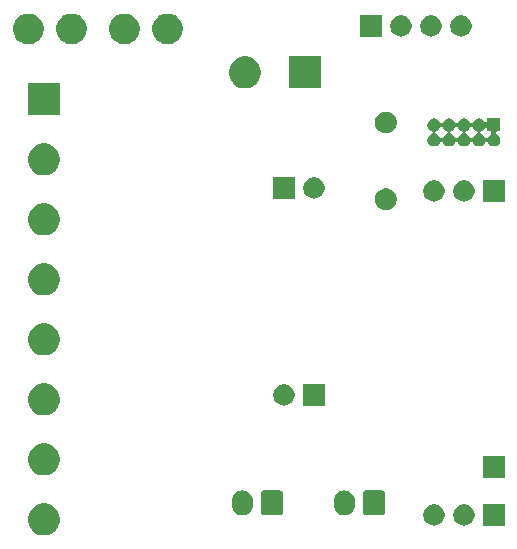
<source format=gbr>
G04 #@! TF.GenerationSoftware,KiCad,Pcbnew,(5.1.5)-3*
G04 #@! TF.CreationDate,2020-01-15T03:57:31-05:00*
G04 #@! TF.ProjectId,STM32 Klipper Expander,53544d33-3220-44b6-9c69-707065722045,rev?*
G04 #@! TF.SameCoordinates,Original*
G04 #@! TF.FileFunction,Soldermask,Bot*
G04 #@! TF.FilePolarity,Negative*
%FSLAX46Y46*%
G04 Gerber Fmt 4.6, Leading zero omitted, Abs format (unit mm)*
G04 Created by KiCad (PCBNEW (5.1.5)-3) date 2020-01-15 03:57:31*
%MOMM*%
%LPD*%
G04 APERTURE LIST*
%ADD10C,0.100000*%
G04 APERTURE END LIST*
D10*
G36*
X108014072Y-95525918D02*
G01*
X108246664Y-95622260D01*
X108259939Y-95627759D01*
X108286556Y-95645544D01*
X108449808Y-95754626D01*
X108481212Y-95775610D01*
X108669390Y-95963788D01*
X108814654Y-96181189D01*
X108817242Y-96185063D01*
X108919082Y-96430928D01*
X108971000Y-96691937D01*
X108971000Y-96958063D01*
X108959007Y-97018354D01*
X108919082Y-97219072D01*
X108817241Y-97464939D01*
X108669390Y-97686212D01*
X108481212Y-97874390D01*
X108259939Y-98022241D01*
X108259938Y-98022242D01*
X108259937Y-98022242D01*
X108014072Y-98124082D01*
X107753063Y-98176000D01*
X107486937Y-98176000D01*
X107225928Y-98124082D01*
X106980063Y-98022242D01*
X106980062Y-98022242D01*
X106980061Y-98022241D01*
X106758788Y-97874390D01*
X106570610Y-97686212D01*
X106422759Y-97464939D01*
X106320918Y-97219072D01*
X106280993Y-97018354D01*
X106269000Y-96958063D01*
X106269000Y-96691937D01*
X106320918Y-96430928D01*
X106422758Y-96185063D01*
X106425347Y-96181189D01*
X106570610Y-95963788D01*
X106758788Y-95775610D01*
X106790193Y-95754626D01*
X106953444Y-95645544D01*
X106980061Y-95627759D01*
X106993337Y-95622260D01*
X107225928Y-95525918D01*
X107486937Y-95474000D01*
X107753063Y-95474000D01*
X108014072Y-95525918D01*
G37*
G36*
X140753512Y-95547927D02*
G01*
X140902812Y-95577624D01*
X141066784Y-95645544D01*
X141214354Y-95744147D01*
X141339853Y-95869646D01*
X141438456Y-96017216D01*
X141506376Y-96181188D01*
X141541000Y-96355259D01*
X141541000Y-96532741D01*
X141506376Y-96706812D01*
X141438456Y-96870784D01*
X141339853Y-97018354D01*
X141214354Y-97143853D01*
X141066784Y-97242456D01*
X140902812Y-97310376D01*
X140753512Y-97340073D01*
X140728742Y-97345000D01*
X140551258Y-97345000D01*
X140526488Y-97340073D01*
X140377188Y-97310376D01*
X140213216Y-97242456D01*
X140065646Y-97143853D01*
X139940147Y-97018354D01*
X139841544Y-96870784D01*
X139773624Y-96706812D01*
X139739000Y-96532741D01*
X139739000Y-96355259D01*
X139773624Y-96181188D01*
X139841544Y-96017216D01*
X139940147Y-95869646D01*
X140065646Y-95744147D01*
X140213216Y-95645544D01*
X140377188Y-95577624D01*
X140526488Y-95547927D01*
X140551258Y-95543000D01*
X140728742Y-95543000D01*
X140753512Y-95547927D01*
G37*
G36*
X146621000Y-97345000D02*
G01*
X144819000Y-97345000D01*
X144819000Y-95543000D01*
X146621000Y-95543000D01*
X146621000Y-97345000D01*
G37*
G36*
X143293512Y-95547927D02*
G01*
X143442812Y-95577624D01*
X143606784Y-95645544D01*
X143754354Y-95744147D01*
X143879853Y-95869646D01*
X143978456Y-96017216D01*
X144046376Y-96181188D01*
X144081000Y-96355259D01*
X144081000Y-96532741D01*
X144046376Y-96706812D01*
X143978456Y-96870784D01*
X143879853Y-97018354D01*
X143754354Y-97143853D01*
X143606784Y-97242456D01*
X143442812Y-97310376D01*
X143293512Y-97340073D01*
X143268742Y-97345000D01*
X143091258Y-97345000D01*
X143066488Y-97340073D01*
X142917188Y-97310376D01*
X142753216Y-97242456D01*
X142605646Y-97143853D01*
X142480147Y-97018354D01*
X142381544Y-96870784D01*
X142313624Y-96706812D01*
X142279000Y-96532741D01*
X142279000Y-96355259D01*
X142313624Y-96181188D01*
X142381544Y-96017216D01*
X142480147Y-95869646D01*
X142605646Y-95744147D01*
X142753216Y-95645544D01*
X142917188Y-95577624D01*
X143066488Y-95547927D01*
X143091258Y-95543000D01*
X143268742Y-95543000D01*
X143293512Y-95547927D01*
G37*
G36*
X124600627Y-94390037D02*
G01*
X124770466Y-94441557D01*
X124926991Y-94525222D01*
X124962729Y-94554552D01*
X125064186Y-94637814D01*
X125147448Y-94739271D01*
X125176778Y-94775009D01*
X125260443Y-94931534D01*
X125311963Y-95101374D01*
X125325000Y-95233743D01*
X125325000Y-95622258D01*
X125311963Y-95754627D01*
X125260443Y-95924466D01*
X125176778Y-96080991D01*
X125147448Y-96116729D01*
X125064186Y-96218186D01*
X124926989Y-96330779D01*
X124770467Y-96414442D01*
X124770465Y-96414443D01*
X124600626Y-96465963D01*
X124424000Y-96483359D01*
X124247373Y-96465963D01*
X124077534Y-96414443D01*
X123921009Y-96330778D01*
X123878750Y-96296097D01*
X123783814Y-96218186D01*
X123671221Y-96080989D01*
X123587558Y-95924467D01*
X123587557Y-95924465D01*
X123536037Y-95754626D01*
X123529518Y-95688441D01*
X123523000Y-95622259D01*
X123523000Y-95233740D01*
X123536037Y-95101375D01*
X123536037Y-95101373D01*
X123587557Y-94931534D01*
X123671222Y-94775009D01*
X123783815Y-94637815D01*
X123921010Y-94525222D01*
X124077535Y-94441557D01*
X124247374Y-94390037D01*
X124424000Y-94372641D01*
X124600627Y-94390037D01*
G37*
G36*
X133236627Y-94390037D02*
G01*
X133406466Y-94441557D01*
X133562991Y-94525222D01*
X133598729Y-94554552D01*
X133700186Y-94637814D01*
X133783448Y-94739271D01*
X133812778Y-94775009D01*
X133896443Y-94931534D01*
X133947963Y-95101374D01*
X133961000Y-95233743D01*
X133961000Y-95622258D01*
X133947963Y-95754627D01*
X133896443Y-95924466D01*
X133812778Y-96080991D01*
X133783448Y-96116729D01*
X133700186Y-96218186D01*
X133562989Y-96330779D01*
X133406467Y-96414442D01*
X133406465Y-96414443D01*
X133236626Y-96465963D01*
X133060000Y-96483359D01*
X132883373Y-96465963D01*
X132713534Y-96414443D01*
X132557009Y-96330778D01*
X132514750Y-96296097D01*
X132419814Y-96218186D01*
X132307221Y-96080989D01*
X132223558Y-95924467D01*
X132223557Y-95924465D01*
X132172037Y-95754626D01*
X132165518Y-95688441D01*
X132159000Y-95622259D01*
X132159000Y-95233740D01*
X132172037Y-95101375D01*
X132172037Y-95101373D01*
X132223557Y-94931534D01*
X132307222Y-94775009D01*
X132419815Y-94637815D01*
X132557010Y-94525222D01*
X132713535Y-94441557D01*
X132883374Y-94390037D01*
X133060000Y-94372641D01*
X133236627Y-94390037D01*
G37*
G36*
X136318600Y-94380989D02*
G01*
X136351652Y-94391015D01*
X136382103Y-94407292D01*
X136408799Y-94429201D01*
X136430708Y-94455897D01*
X136446985Y-94486348D01*
X136457011Y-94519400D01*
X136461000Y-94559903D01*
X136461000Y-96296097D01*
X136457011Y-96336600D01*
X136446985Y-96369652D01*
X136430708Y-96400103D01*
X136408799Y-96426799D01*
X136382103Y-96448708D01*
X136351652Y-96464985D01*
X136318600Y-96475011D01*
X136278097Y-96479000D01*
X134841903Y-96479000D01*
X134801400Y-96475011D01*
X134768348Y-96464985D01*
X134737897Y-96448708D01*
X134711201Y-96426799D01*
X134689292Y-96400103D01*
X134673015Y-96369652D01*
X134662989Y-96336600D01*
X134659000Y-96296097D01*
X134659000Y-94559903D01*
X134662989Y-94519400D01*
X134673015Y-94486348D01*
X134689292Y-94455897D01*
X134711201Y-94429201D01*
X134737897Y-94407292D01*
X134768348Y-94391015D01*
X134801400Y-94380989D01*
X134841903Y-94377000D01*
X136278097Y-94377000D01*
X136318600Y-94380989D01*
G37*
G36*
X127682600Y-94380989D02*
G01*
X127715652Y-94391015D01*
X127746103Y-94407292D01*
X127772799Y-94429201D01*
X127794708Y-94455897D01*
X127810985Y-94486348D01*
X127821011Y-94519400D01*
X127825000Y-94559903D01*
X127825000Y-96296097D01*
X127821011Y-96336600D01*
X127810985Y-96369652D01*
X127794708Y-96400103D01*
X127772799Y-96426799D01*
X127746103Y-96448708D01*
X127715652Y-96464985D01*
X127682600Y-96475011D01*
X127642097Y-96479000D01*
X126205903Y-96479000D01*
X126165400Y-96475011D01*
X126132348Y-96464985D01*
X126101897Y-96448708D01*
X126075201Y-96426799D01*
X126053292Y-96400103D01*
X126037015Y-96369652D01*
X126026989Y-96336600D01*
X126023000Y-96296097D01*
X126023000Y-94559903D01*
X126026989Y-94519400D01*
X126037015Y-94486348D01*
X126053292Y-94455897D01*
X126075201Y-94429201D01*
X126101897Y-94407292D01*
X126132348Y-94391015D01*
X126165400Y-94380989D01*
X126205903Y-94377000D01*
X127642097Y-94377000D01*
X127682600Y-94380989D01*
G37*
G36*
X146621000Y-93281000D02*
G01*
X144819000Y-93281000D01*
X144819000Y-91479000D01*
X146621000Y-91479000D01*
X146621000Y-93281000D01*
G37*
G36*
X108014072Y-90445918D02*
G01*
X108259939Y-90547759D01*
X108481212Y-90695610D01*
X108669390Y-90883788D01*
X108817241Y-91105061D01*
X108919082Y-91350928D01*
X108971000Y-91611938D01*
X108971000Y-91878062D01*
X108919082Y-92139072D01*
X108817241Y-92384939D01*
X108669390Y-92606212D01*
X108481212Y-92794390D01*
X108259939Y-92942241D01*
X108259938Y-92942242D01*
X108259937Y-92942242D01*
X108014072Y-93044082D01*
X107753063Y-93096000D01*
X107486937Y-93096000D01*
X107225928Y-93044082D01*
X106980063Y-92942242D01*
X106980062Y-92942242D01*
X106980061Y-92942241D01*
X106758788Y-92794390D01*
X106570610Y-92606212D01*
X106422759Y-92384939D01*
X106320918Y-92139072D01*
X106269000Y-91878062D01*
X106269000Y-91611938D01*
X106320918Y-91350928D01*
X106422759Y-91105061D01*
X106570610Y-90883788D01*
X106758788Y-90695610D01*
X106980061Y-90547759D01*
X107225928Y-90445918D01*
X107486937Y-90394000D01*
X107753063Y-90394000D01*
X108014072Y-90445918D01*
G37*
G36*
X108014072Y-85365918D02*
G01*
X108259939Y-85467759D01*
X108481212Y-85615610D01*
X108669390Y-85803788D01*
X108814654Y-86021189D01*
X108817242Y-86025063D01*
X108919082Y-86270928D01*
X108971000Y-86531937D01*
X108971000Y-86798063D01*
X108959007Y-86858354D01*
X108919082Y-87059072D01*
X108817241Y-87304939D01*
X108669390Y-87526212D01*
X108481212Y-87714390D01*
X108259939Y-87862241D01*
X108259938Y-87862242D01*
X108259937Y-87862242D01*
X108014072Y-87964082D01*
X107753063Y-88016000D01*
X107486937Y-88016000D01*
X107225928Y-87964082D01*
X106980063Y-87862242D01*
X106980062Y-87862242D01*
X106980061Y-87862241D01*
X106758788Y-87714390D01*
X106570610Y-87526212D01*
X106422759Y-87304939D01*
X106320918Y-87059072D01*
X106280993Y-86858354D01*
X106269000Y-86798063D01*
X106269000Y-86531937D01*
X106320918Y-86270928D01*
X106422758Y-86025063D01*
X106425347Y-86021189D01*
X106570610Y-85803788D01*
X106758788Y-85615610D01*
X106980061Y-85467759D01*
X107225928Y-85365918D01*
X107486937Y-85314000D01*
X107753063Y-85314000D01*
X108014072Y-85365918D01*
G37*
G36*
X131381000Y-87185000D02*
G01*
X129579000Y-87185000D01*
X129579000Y-85383000D01*
X131381000Y-85383000D01*
X131381000Y-87185000D01*
G37*
G36*
X128053512Y-85387927D02*
G01*
X128202812Y-85417624D01*
X128366784Y-85485544D01*
X128514354Y-85584147D01*
X128639853Y-85709646D01*
X128738456Y-85857216D01*
X128806376Y-86021188D01*
X128841000Y-86195259D01*
X128841000Y-86372741D01*
X128806376Y-86546812D01*
X128738456Y-86710784D01*
X128639853Y-86858354D01*
X128514354Y-86983853D01*
X128366784Y-87082456D01*
X128202812Y-87150376D01*
X128053512Y-87180073D01*
X128028742Y-87185000D01*
X127851258Y-87185000D01*
X127826488Y-87180073D01*
X127677188Y-87150376D01*
X127513216Y-87082456D01*
X127365646Y-86983853D01*
X127240147Y-86858354D01*
X127141544Y-86710784D01*
X127073624Y-86546812D01*
X127039000Y-86372741D01*
X127039000Y-86195259D01*
X127073624Y-86021188D01*
X127141544Y-85857216D01*
X127240147Y-85709646D01*
X127365646Y-85584147D01*
X127513216Y-85485544D01*
X127677188Y-85417624D01*
X127826488Y-85387927D01*
X127851258Y-85383000D01*
X128028742Y-85383000D01*
X128053512Y-85387927D01*
G37*
G36*
X108014072Y-80285918D02*
G01*
X108259939Y-80387759D01*
X108481212Y-80535610D01*
X108669390Y-80723788D01*
X108817241Y-80945061D01*
X108919082Y-81190928D01*
X108971000Y-81451938D01*
X108971000Y-81718062D01*
X108919082Y-81979072D01*
X108817241Y-82224939D01*
X108669390Y-82446212D01*
X108481212Y-82634390D01*
X108259939Y-82782241D01*
X108259938Y-82782242D01*
X108259937Y-82782242D01*
X108014072Y-82884082D01*
X107753063Y-82936000D01*
X107486937Y-82936000D01*
X107225928Y-82884082D01*
X106980063Y-82782242D01*
X106980062Y-82782242D01*
X106980061Y-82782241D01*
X106758788Y-82634390D01*
X106570610Y-82446212D01*
X106422759Y-82224939D01*
X106320918Y-81979072D01*
X106269000Y-81718062D01*
X106269000Y-81451938D01*
X106320918Y-81190928D01*
X106422759Y-80945061D01*
X106570610Y-80723788D01*
X106758788Y-80535610D01*
X106980061Y-80387759D01*
X107225928Y-80285918D01*
X107486937Y-80234000D01*
X107753063Y-80234000D01*
X108014072Y-80285918D01*
G37*
G36*
X108014072Y-75205918D02*
G01*
X108259939Y-75307759D01*
X108481212Y-75455610D01*
X108669390Y-75643788D01*
X108817241Y-75865061D01*
X108919082Y-76110928D01*
X108971000Y-76371938D01*
X108971000Y-76638062D01*
X108919082Y-76899072D01*
X108817241Y-77144939D01*
X108669390Y-77366212D01*
X108481212Y-77554390D01*
X108259939Y-77702241D01*
X108259938Y-77702242D01*
X108259937Y-77702242D01*
X108014072Y-77804082D01*
X107753063Y-77856000D01*
X107486937Y-77856000D01*
X107225928Y-77804082D01*
X106980063Y-77702242D01*
X106980062Y-77702242D01*
X106980061Y-77702241D01*
X106758788Y-77554390D01*
X106570610Y-77366212D01*
X106422759Y-77144939D01*
X106320918Y-76899072D01*
X106269000Y-76638062D01*
X106269000Y-76371938D01*
X106320918Y-76110928D01*
X106422759Y-75865061D01*
X106570610Y-75643788D01*
X106758788Y-75455610D01*
X106980061Y-75307759D01*
X107225928Y-75205918D01*
X107486937Y-75154000D01*
X107753063Y-75154000D01*
X108014072Y-75205918D01*
G37*
G36*
X108014072Y-70125918D02*
G01*
X108097863Y-70160625D01*
X108259939Y-70227759D01*
X108481212Y-70375610D01*
X108669390Y-70563788D01*
X108817241Y-70785061D01*
X108919082Y-71030928D01*
X108971000Y-71291938D01*
X108971000Y-71558062D01*
X108919082Y-71819072D01*
X108817241Y-72064939D01*
X108669390Y-72286212D01*
X108481212Y-72474390D01*
X108259939Y-72622241D01*
X108259938Y-72622242D01*
X108259937Y-72622242D01*
X108014072Y-72724082D01*
X107753063Y-72776000D01*
X107486937Y-72776000D01*
X107225928Y-72724082D01*
X106980063Y-72622242D01*
X106980062Y-72622242D01*
X106980061Y-72622241D01*
X106758788Y-72474390D01*
X106570610Y-72286212D01*
X106422759Y-72064939D01*
X106320918Y-71819072D01*
X106269000Y-71558062D01*
X106269000Y-71291938D01*
X106320918Y-71030928D01*
X106422759Y-70785061D01*
X106570610Y-70563788D01*
X106758788Y-70375610D01*
X106980061Y-70227759D01*
X107142138Y-70160625D01*
X107225928Y-70125918D01*
X107486937Y-70074000D01*
X107753063Y-70074000D01*
X108014072Y-70125918D01*
G37*
G36*
X136846104Y-68831585D02*
G01*
X137014626Y-68901389D01*
X137166291Y-69002728D01*
X137295272Y-69131709D01*
X137396611Y-69283374D01*
X137466415Y-69451896D01*
X137502000Y-69630797D01*
X137502000Y-69813203D01*
X137466415Y-69992104D01*
X137396611Y-70160626D01*
X137295272Y-70312291D01*
X137166291Y-70441272D01*
X137014626Y-70542611D01*
X136846104Y-70612415D01*
X136667203Y-70648000D01*
X136484797Y-70648000D01*
X136305896Y-70612415D01*
X136137374Y-70542611D01*
X135985709Y-70441272D01*
X135856728Y-70312291D01*
X135755389Y-70160626D01*
X135685585Y-69992104D01*
X135650000Y-69813203D01*
X135650000Y-69630797D01*
X135685585Y-69451896D01*
X135755389Y-69283374D01*
X135856728Y-69131709D01*
X135985709Y-69002728D01*
X136137374Y-68901389D01*
X136305896Y-68831585D01*
X136484797Y-68796000D01*
X136667203Y-68796000D01*
X136846104Y-68831585D01*
G37*
G36*
X146621000Y-69913000D02*
G01*
X144819000Y-69913000D01*
X144819000Y-68111000D01*
X146621000Y-68111000D01*
X146621000Y-69913000D01*
G37*
G36*
X143293512Y-68115927D02*
G01*
X143442812Y-68145624D01*
X143606784Y-68213544D01*
X143754354Y-68312147D01*
X143879853Y-68437646D01*
X143978456Y-68585216D01*
X144046376Y-68749188D01*
X144081000Y-68923259D01*
X144081000Y-69100741D01*
X144046376Y-69274812D01*
X143978456Y-69438784D01*
X143879853Y-69586354D01*
X143754354Y-69711853D01*
X143606784Y-69810456D01*
X143442812Y-69878376D01*
X143293512Y-69908073D01*
X143268742Y-69913000D01*
X143091258Y-69913000D01*
X143066488Y-69908073D01*
X142917188Y-69878376D01*
X142753216Y-69810456D01*
X142605646Y-69711853D01*
X142480147Y-69586354D01*
X142381544Y-69438784D01*
X142313624Y-69274812D01*
X142279000Y-69100741D01*
X142279000Y-68923259D01*
X142313624Y-68749188D01*
X142381544Y-68585216D01*
X142480147Y-68437646D01*
X142605646Y-68312147D01*
X142753216Y-68213544D01*
X142917188Y-68145624D01*
X143066488Y-68115927D01*
X143091258Y-68111000D01*
X143268742Y-68111000D01*
X143293512Y-68115927D01*
G37*
G36*
X140753512Y-68115927D02*
G01*
X140902812Y-68145624D01*
X141066784Y-68213544D01*
X141214354Y-68312147D01*
X141339853Y-68437646D01*
X141438456Y-68585216D01*
X141506376Y-68749188D01*
X141541000Y-68923259D01*
X141541000Y-69100741D01*
X141506376Y-69274812D01*
X141438456Y-69438784D01*
X141339853Y-69586354D01*
X141214354Y-69711853D01*
X141066784Y-69810456D01*
X140902812Y-69878376D01*
X140753512Y-69908073D01*
X140728742Y-69913000D01*
X140551258Y-69913000D01*
X140526488Y-69908073D01*
X140377188Y-69878376D01*
X140213216Y-69810456D01*
X140065646Y-69711853D01*
X139940147Y-69586354D01*
X139841544Y-69438784D01*
X139773624Y-69274812D01*
X139739000Y-69100741D01*
X139739000Y-68923259D01*
X139773624Y-68749188D01*
X139841544Y-68585216D01*
X139940147Y-68437646D01*
X140065646Y-68312147D01*
X140213216Y-68213544D01*
X140377188Y-68145624D01*
X140526488Y-68115927D01*
X140551258Y-68111000D01*
X140728742Y-68111000D01*
X140753512Y-68115927D01*
G37*
G36*
X128841000Y-69659000D02*
G01*
X127039000Y-69659000D01*
X127039000Y-67857000D01*
X128841000Y-67857000D01*
X128841000Y-69659000D01*
G37*
G36*
X130593512Y-67861927D02*
G01*
X130742812Y-67891624D01*
X130906784Y-67959544D01*
X131054354Y-68058147D01*
X131179853Y-68183646D01*
X131278456Y-68331216D01*
X131346376Y-68495188D01*
X131381000Y-68669259D01*
X131381000Y-68846741D01*
X131346376Y-69020812D01*
X131278456Y-69184784D01*
X131179853Y-69332354D01*
X131054354Y-69457853D01*
X130906784Y-69556456D01*
X130742812Y-69624376D01*
X130593512Y-69654073D01*
X130568742Y-69659000D01*
X130391258Y-69659000D01*
X130366488Y-69654073D01*
X130217188Y-69624376D01*
X130053216Y-69556456D01*
X129905646Y-69457853D01*
X129780147Y-69332354D01*
X129681544Y-69184784D01*
X129613624Y-69020812D01*
X129579000Y-68846741D01*
X129579000Y-68669259D01*
X129613624Y-68495188D01*
X129681544Y-68331216D01*
X129780147Y-68183646D01*
X129905646Y-68058147D01*
X130053216Y-67959544D01*
X130217188Y-67891624D01*
X130366488Y-67861927D01*
X130391258Y-67857000D01*
X130568742Y-67857000D01*
X130593512Y-67861927D01*
G37*
G36*
X108014072Y-65045918D02*
G01*
X108197730Y-65121991D01*
X108259939Y-65147759D01*
X108311618Y-65182290D01*
X108405470Y-65245000D01*
X108481212Y-65295610D01*
X108669390Y-65483788D01*
X108817241Y-65705061D01*
X108919082Y-65950928D01*
X108971000Y-66211938D01*
X108971000Y-66478062D01*
X108919082Y-66739072D01*
X108817241Y-66984939D01*
X108669390Y-67206212D01*
X108481212Y-67394390D01*
X108259939Y-67542241D01*
X108259938Y-67542242D01*
X108259937Y-67542242D01*
X108014072Y-67644082D01*
X107753063Y-67696000D01*
X107486937Y-67696000D01*
X107225928Y-67644082D01*
X106980063Y-67542242D01*
X106980062Y-67542242D01*
X106980061Y-67542241D01*
X106758788Y-67394390D01*
X106570610Y-67206212D01*
X106422759Y-66984939D01*
X106320918Y-66739072D01*
X106269000Y-66478062D01*
X106269000Y-66211938D01*
X106320918Y-65950928D01*
X106422759Y-65705061D01*
X106570610Y-65483788D01*
X106758788Y-65295610D01*
X106834531Y-65245000D01*
X106928382Y-65182290D01*
X106980061Y-65147759D01*
X107042271Y-65121991D01*
X107225928Y-65045918D01*
X107486937Y-64994000D01*
X107753063Y-64994000D01*
X108014072Y-65045918D01*
G37*
G36*
X140800721Y-62894174D02*
G01*
X140900995Y-62935709D01*
X140900996Y-62935710D01*
X140991242Y-62996010D01*
X141067990Y-63072758D01*
X141067991Y-63072760D01*
X141128291Y-63163005D01*
X141159516Y-63238389D01*
X141171067Y-63260000D01*
X141186612Y-63278941D01*
X141205554Y-63294487D01*
X141227165Y-63306038D01*
X141250614Y-63313151D01*
X141275000Y-63315553D01*
X141299386Y-63313151D01*
X141322835Y-63306038D01*
X141344446Y-63294487D01*
X141363387Y-63278942D01*
X141378933Y-63260000D01*
X141390484Y-63238389D01*
X141421709Y-63163005D01*
X141482009Y-63072760D01*
X141482010Y-63072758D01*
X141558758Y-62996010D01*
X141649004Y-62935710D01*
X141649005Y-62935709D01*
X141749279Y-62894174D01*
X141855730Y-62873000D01*
X141964270Y-62873000D01*
X142070721Y-62894174D01*
X142170995Y-62935709D01*
X142170996Y-62935710D01*
X142261242Y-62996010D01*
X142337990Y-63072758D01*
X142337991Y-63072760D01*
X142398291Y-63163005D01*
X142429516Y-63238389D01*
X142441067Y-63260000D01*
X142456612Y-63278941D01*
X142475554Y-63294487D01*
X142497165Y-63306038D01*
X142520614Y-63313151D01*
X142545000Y-63315553D01*
X142569386Y-63313151D01*
X142592835Y-63306038D01*
X142614446Y-63294487D01*
X142633387Y-63278942D01*
X142648933Y-63260000D01*
X142660484Y-63238389D01*
X142691709Y-63163005D01*
X142752009Y-63072760D01*
X142752010Y-63072758D01*
X142828758Y-62996010D01*
X142919004Y-62935710D01*
X142919005Y-62935709D01*
X143019279Y-62894174D01*
X143125730Y-62873000D01*
X143234270Y-62873000D01*
X143340721Y-62894174D01*
X143440995Y-62935709D01*
X143440996Y-62935710D01*
X143531242Y-62996010D01*
X143607990Y-63072758D01*
X143607991Y-63072760D01*
X143668291Y-63163005D01*
X143699516Y-63238389D01*
X143711067Y-63260000D01*
X143726612Y-63278941D01*
X143745554Y-63294487D01*
X143767165Y-63306038D01*
X143790614Y-63313151D01*
X143815000Y-63315553D01*
X143839386Y-63313151D01*
X143862835Y-63306038D01*
X143884446Y-63294487D01*
X143903387Y-63278942D01*
X143918933Y-63260000D01*
X143930484Y-63238389D01*
X143961709Y-63163005D01*
X144022009Y-63072760D01*
X144022010Y-63072758D01*
X144098758Y-62996010D01*
X144189004Y-62935710D01*
X144189005Y-62935709D01*
X144289279Y-62894174D01*
X144395730Y-62873000D01*
X144504270Y-62873000D01*
X144610721Y-62894174D01*
X144710995Y-62935709D01*
X144710996Y-62935710D01*
X144801242Y-62996010D01*
X144877990Y-63072758D01*
X144877991Y-63072760D01*
X144940068Y-63165664D01*
X144955614Y-63184606D01*
X144974556Y-63200151D01*
X144996167Y-63211702D01*
X145019615Y-63218815D01*
X145044002Y-63221217D01*
X145068388Y-63218815D01*
X145091837Y-63211702D01*
X145113447Y-63200151D01*
X145132389Y-63184605D01*
X145147934Y-63165663D01*
X145159485Y-63144052D01*
X145166598Y-63120604D01*
X145169000Y-63096218D01*
X145169000Y-62873000D01*
X146271000Y-62873000D01*
X146271000Y-63975000D01*
X146047782Y-63975000D01*
X146023396Y-63977402D01*
X145999947Y-63984515D01*
X145978336Y-63996066D01*
X145959394Y-64011611D01*
X145943849Y-64030553D01*
X145932298Y-64052164D01*
X145925185Y-64075613D01*
X145922783Y-64099999D01*
X145925185Y-64124385D01*
X145932298Y-64147834D01*
X145943849Y-64169445D01*
X145959394Y-64188387D01*
X145978336Y-64203932D01*
X146039816Y-64245012D01*
X146071242Y-64266010D01*
X146147990Y-64342758D01*
X146147991Y-64342760D01*
X146208291Y-64433005D01*
X146249826Y-64533279D01*
X146271000Y-64639730D01*
X146271000Y-64748270D01*
X146249826Y-64854721D01*
X146208291Y-64954995D01*
X146208290Y-64954996D01*
X146147990Y-65045242D01*
X146071242Y-65121990D01*
X146032677Y-65147758D01*
X145980995Y-65182291D01*
X145880721Y-65223826D01*
X145774270Y-65245000D01*
X145665730Y-65245000D01*
X145559279Y-65223826D01*
X145459005Y-65182291D01*
X145407323Y-65147758D01*
X145368758Y-65121990D01*
X145292010Y-65045242D01*
X145231710Y-64954996D01*
X145231709Y-64954995D01*
X145200484Y-64879611D01*
X145188933Y-64858000D01*
X145173388Y-64839059D01*
X145154446Y-64823513D01*
X145132835Y-64811962D01*
X145109386Y-64804849D01*
X145085000Y-64802447D01*
X145060614Y-64804849D01*
X145037165Y-64811962D01*
X145015554Y-64823513D01*
X144996613Y-64839058D01*
X144981067Y-64858000D01*
X144969516Y-64879611D01*
X144938291Y-64954995D01*
X144938290Y-64954996D01*
X144877990Y-65045242D01*
X144801242Y-65121990D01*
X144762677Y-65147758D01*
X144710995Y-65182291D01*
X144610721Y-65223826D01*
X144504270Y-65245000D01*
X144395730Y-65245000D01*
X144289279Y-65223826D01*
X144189005Y-65182291D01*
X144137323Y-65147758D01*
X144098758Y-65121990D01*
X144022010Y-65045242D01*
X143961710Y-64954996D01*
X143961709Y-64954995D01*
X143930484Y-64879611D01*
X143918933Y-64858000D01*
X143903388Y-64839059D01*
X143884446Y-64823513D01*
X143862835Y-64811962D01*
X143839386Y-64804849D01*
X143815000Y-64802447D01*
X143790614Y-64804849D01*
X143767165Y-64811962D01*
X143745554Y-64823513D01*
X143726613Y-64839058D01*
X143711067Y-64858000D01*
X143699516Y-64879611D01*
X143668291Y-64954995D01*
X143668290Y-64954996D01*
X143607990Y-65045242D01*
X143531242Y-65121990D01*
X143492677Y-65147758D01*
X143440995Y-65182291D01*
X143340721Y-65223826D01*
X143234270Y-65245000D01*
X143125730Y-65245000D01*
X143019279Y-65223826D01*
X142919005Y-65182291D01*
X142867323Y-65147758D01*
X142828758Y-65121990D01*
X142752010Y-65045242D01*
X142691710Y-64954996D01*
X142691709Y-64954995D01*
X142660484Y-64879611D01*
X142648933Y-64858000D01*
X142633388Y-64839059D01*
X142614446Y-64823513D01*
X142592835Y-64811962D01*
X142569386Y-64804849D01*
X142545000Y-64802447D01*
X142520614Y-64804849D01*
X142497165Y-64811962D01*
X142475554Y-64823513D01*
X142456613Y-64839058D01*
X142441067Y-64858000D01*
X142429516Y-64879611D01*
X142398291Y-64954995D01*
X142398290Y-64954996D01*
X142337990Y-65045242D01*
X142261242Y-65121990D01*
X142222677Y-65147758D01*
X142170995Y-65182291D01*
X142070721Y-65223826D01*
X141964270Y-65245000D01*
X141855730Y-65245000D01*
X141749279Y-65223826D01*
X141649005Y-65182291D01*
X141597323Y-65147758D01*
X141558758Y-65121990D01*
X141482010Y-65045242D01*
X141421710Y-64954996D01*
X141421709Y-64954995D01*
X141390484Y-64879611D01*
X141378933Y-64858000D01*
X141363388Y-64839059D01*
X141344446Y-64823513D01*
X141322835Y-64811962D01*
X141299386Y-64804849D01*
X141275000Y-64802447D01*
X141250614Y-64804849D01*
X141227165Y-64811962D01*
X141205554Y-64823513D01*
X141186613Y-64839058D01*
X141171067Y-64858000D01*
X141159516Y-64879611D01*
X141128291Y-64954995D01*
X141128290Y-64954996D01*
X141067990Y-65045242D01*
X140991242Y-65121990D01*
X140952677Y-65147758D01*
X140900995Y-65182291D01*
X140800721Y-65223826D01*
X140694270Y-65245000D01*
X140585730Y-65245000D01*
X140479279Y-65223826D01*
X140379005Y-65182291D01*
X140327323Y-65147758D01*
X140288758Y-65121990D01*
X140212010Y-65045242D01*
X140151710Y-64954996D01*
X140151709Y-64954995D01*
X140110174Y-64854721D01*
X140089000Y-64748270D01*
X140089000Y-64639730D01*
X140110174Y-64533279D01*
X140151709Y-64433005D01*
X140212009Y-64342760D01*
X140212010Y-64342758D01*
X140288758Y-64266010D01*
X140379004Y-64205710D01*
X140379005Y-64205709D01*
X140454389Y-64174484D01*
X140476000Y-64162933D01*
X140494941Y-64147388D01*
X140510487Y-64128446D01*
X140522038Y-64106835D01*
X140529151Y-64083386D01*
X140531553Y-64059000D01*
X140748447Y-64059000D01*
X140750849Y-64083386D01*
X140757962Y-64106835D01*
X140769513Y-64128446D01*
X140785058Y-64147387D01*
X140804000Y-64162933D01*
X140825611Y-64174484D01*
X140900995Y-64205709D01*
X140900996Y-64205710D01*
X140991242Y-64266010D01*
X141067990Y-64342758D01*
X141067991Y-64342760D01*
X141128291Y-64433005D01*
X141159516Y-64508389D01*
X141171067Y-64530000D01*
X141186612Y-64548941D01*
X141205554Y-64564487D01*
X141227165Y-64576038D01*
X141250614Y-64583151D01*
X141275000Y-64585553D01*
X141299386Y-64583151D01*
X141322835Y-64576038D01*
X141344446Y-64564487D01*
X141363387Y-64548942D01*
X141378933Y-64530000D01*
X141390484Y-64508389D01*
X141421709Y-64433005D01*
X141482009Y-64342760D01*
X141482010Y-64342758D01*
X141558758Y-64266010D01*
X141649004Y-64205710D01*
X141649005Y-64205709D01*
X141724389Y-64174484D01*
X141746000Y-64162933D01*
X141764941Y-64147388D01*
X141780487Y-64128446D01*
X141792038Y-64106835D01*
X141799151Y-64083386D01*
X141801553Y-64059000D01*
X142018447Y-64059000D01*
X142020849Y-64083386D01*
X142027962Y-64106835D01*
X142039513Y-64128446D01*
X142055058Y-64147387D01*
X142074000Y-64162933D01*
X142095611Y-64174484D01*
X142170995Y-64205709D01*
X142170996Y-64205710D01*
X142261242Y-64266010D01*
X142337990Y-64342758D01*
X142337991Y-64342760D01*
X142398291Y-64433005D01*
X142429516Y-64508389D01*
X142441067Y-64530000D01*
X142456612Y-64548941D01*
X142475554Y-64564487D01*
X142497165Y-64576038D01*
X142520614Y-64583151D01*
X142545000Y-64585553D01*
X142569386Y-64583151D01*
X142592835Y-64576038D01*
X142614446Y-64564487D01*
X142633387Y-64548942D01*
X142648933Y-64530000D01*
X142660484Y-64508389D01*
X142691709Y-64433005D01*
X142752009Y-64342760D01*
X142752010Y-64342758D01*
X142828758Y-64266010D01*
X142919004Y-64205710D01*
X142919005Y-64205709D01*
X142994389Y-64174484D01*
X143016000Y-64162933D01*
X143034941Y-64147388D01*
X143050487Y-64128446D01*
X143062038Y-64106835D01*
X143069151Y-64083386D01*
X143071553Y-64059000D01*
X143288447Y-64059000D01*
X143290849Y-64083386D01*
X143297962Y-64106835D01*
X143309513Y-64128446D01*
X143325058Y-64147387D01*
X143344000Y-64162933D01*
X143365611Y-64174484D01*
X143440995Y-64205709D01*
X143440996Y-64205710D01*
X143531242Y-64266010D01*
X143607990Y-64342758D01*
X143607991Y-64342760D01*
X143668291Y-64433005D01*
X143699516Y-64508389D01*
X143711067Y-64530000D01*
X143726612Y-64548941D01*
X143745554Y-64564487D01*
X143767165Y-64576038D01*
X143790614Y-64583151D01*
X143815000Y-64585553D01*
X143839386Y-64583151D01*
X143862835Y-64576038D01*
X143884446Y-64564487D01*
X143903387Y-64548942D01*
X143918933Y-64530000D01*
X143930484Y-64508389D01*
X143961709Y-64433005D01*
X144022009Y-64342760D01*
X144022010Y-64342758D01*
X144098758Y-64266010D01*
X144189004Y-64205710D01*
X144189005Y-64205709D01*
X144264389Y-64174484D01*
X144286000Y-64162933D01*
X144304941Y-64147388D01*
X144320487Y-64128446D01*
X144332038Y-64106835D01*
X144339151Y-64083386D01*
X144341553Y-64059000D01*
X144558447Y-64059000D01*
X144560849Y-64083386D01*
X144567962Y-64106835D01*
X144579513Y-64128446D01*
X144595058Y-64147387D01*
X144614000Y-64162933D01*
X144635611Y-64174484D01*
X144710995Y-64205709D01*
X144710996Y-64205710D01*
X144801242Y-64266010D01*
X144877990Y-64342758D01*
X144877991Y-64342760D01*
X144938291Y-64433005D01*
X144969516Y-64508389D01*
X144981067Y-64530000D01*
X144996612Y-64548941D01*
X145015554Y-64564487D01*
X145037165Y-64576038D01*
X145060614Y-64583151D01*
X145085000Y-64585553D01*
X145109386Y-64583151D01*
X145132835Y-64576038D01*
X145154446Y-64564487D01*
X145173387Y-64548942D01*
X145188933Y-64530000D01*
X145200484Y-64508389D01*
X145231709Y-64433005D01*
X145292009Y-64342760D01*
X145292010Y-64342758D01*
X145368758Y-64266010D01*
X145400184Y-64245012D01*
X145461664Y-64203932D01*
X145480606Y-64188386D01*
X145496151Y-64169444D01*
X145507702Y-64147833D01*
X145514815Y-64124385D01*
X145517217Y-64099998D01*
X145514815Y-64075612D01*
X145507702Y-64052163D01*
X145496151Y-64030553D01*
X145480605Y-64011611D01*
X145461663Y-63996066D01*
X145440052Y-63984515D01*
X145416604Y-63977402D01*
X145392218Y-63975000D01*
X145169000Y-63975000D01*
X145169000Y-63751782D01*
X145166598Y-63727396D01*
X145159485Y-63703947D01*
X145147934Y-63682336D01*
X145132389Y-63663394D01*
X145113447Y-63647849D01*
X145091836Y-63636298D01*
X145068387Y-63629185D01*
X145044001Y-63626783D01*
X145019615Y-63629185D01*
X144996166Y-63636298D01*
X144974555Y-63647849D01*
X144955613Y-63663394D01*
X144940068Y-63682336D01*
X144898988Y-63743816D01*
X144877990Y-63775242D01*
X144801242Y-63851990D01*
X144755812Y-63882345D01*
X144710995Y-63912291D01*
X144635611Y-63943516D01*
X144614000Y-63955067D01*
X144595059Y-63970612D01*
X144579513Y-63989554D01*
X144567962Y-64011165D01*
X144560849Y-64034614D01*
X144558447Y-64059000D01*
X144341553Y-64059000D01*
X144339151Y-64034614D01*
X144332038Y-64011165D01*
X144320487Y-63989554D01*
X144304942Y-63970613D01*
X144286000Y-63955067D01*
X144264389Y-63943516D01*
X144189005Y-63912291D01*
X144144188Y-63882345D01*
X144098758Y-63851990D01*
X144022010Y-63775242D01*
X143990041Y-63727396D01*
X143961709Y-63684995D01*
X143930484Y-63609611D01*
X143918933Y-63588000D01*
X143903388Y-63569059D01*
X143884446Y-63553513D01*
X143862835Y-63541962D01*
X143839386Y-63534849D01*
X143815000Y-63532447D01*
X143790614Y-63534849D01*
X143767165Y-63541962D01*
X143745554Y-63553513D01*
X143726613Y-63569058D01*
X143711067Y-63588000D01*
X143699516Y-63609611D01*
X143668291Y-63684995D01*
X143639959Y-63727396D01*
X143607990Y-63775242D01*
X143531242Y-63851990D01*
X143485812Y-63882345D01*
X143440995Y-63912291D01*
X143365611Y-63943516D01*
X143344000Y-63955067D01*
X143325059Y-63970612D01*
X143309513Y-63989554D01*
X143297962Y-64011165D01*
X143290849Y-64034614D01*
X143288447Y-64059000D01*
X143071553Y-64059000D01*
X143069151Y-64034614D01*
X143062038Y-64011165D01*
X143050487Y-63989554D01*
X143034942Y-63970613D01*
X143016000Y-63955067D01*
X142994389Y-63943516D01*
X142919005Y-63912291D01*
X142874188Y-63882345D01*
X142828758Y-63851990D01*
X142752010Y-63775242D01*
X142720041Y-63727396D01*
X142691709Y-63684995D01*
X142660484Y-63609611D01*
X142648933Y-63588000D01*
X142633388Y-63569059D01*
X142614446Y-63553513D01*
X142592835Y-63541962D01*
X142569386Y-63534849D01*
X142545000Y-63532447D01*
X142520614Y-63534849D01*
X142497165Y-63541962D01*
X142475554Y-63553513D01*
X142456613Y-63569058D01*
X142441067Y-63588000D01*
X142429516Y-63609611D01*
X142398291Y-63684995D01*
X142369959Y-63727396D01*
X142337990Y-63775242D01*
X142261242Y-63851990D01*
X142215812Y-63882345D01*
X142170995Y-63912291D01*
X142095611Y-63943516D01*
X142074000Y-63955067D01*
X142055059Y-63970612D01*
X142039513Y-63989554D01*
X142027962Y-64011165D01*
X142020849Y-64034614D01*
X142018447Y-64059000D01*
X141801553Y-64059000D01*
X141799151Y-64034614D01*
X141792038Y-64011165D01*
X141780487Y-63989554D01*
X141764942Y-63970613D01*
X141746000Y-63955067D01*
X141724389Y-63943516D01*
X141649005Y-63912291D01*
X141604188Y-63882345D01*
X141558758Y-63851990D01*
X141482010Y-63775242D01*
X141450041Y-63727396D01*
X141421709Y-63684995D01*
X141390484Y-63609611D01*
X141378933Y-63588000D01*
X141363388Y-63569059D01*
X141344446Y-63553513D01*
X141322835Y-63541962D01*
X141299386Y-63534849D01*
X141275000Y-63532447D01*
X141250614Y-63534849D01*
X141227165Y-63541962D01*
X141205554Y-63553513D01*
X141186613Y-63569058D01*
X141171067Y-63588000D01*
X141159516Y-63609611D01*
X141128291Y-63684995D01*
X141099959Y-63727396D01*
X141067990Y-63775242D01*
X140991242Y-63851990D01*
X140945812Y-63882345D01*
X140900995Y-63912291D01*
X140825611Y-63943516D01*
X140804000Y-63955067D01*
X140785059Y-63970612D01*
X140769513Y-63989554D01*
X140757962Y-64011165D01*
X140750849Y-64034614D01*
X140748447Y-64059000D01*
X140531553Y-64059000D01*
X140529151Y-64034614D01*
X140522038Y-64011165D01*
X140510487Y-63989554D01*
X140494942Y-63970613D01*
X140476000Y-63955067D01*
X140454389Y-63943516D01*
X140379005Y-63912291D01*
X140334188Y-63882345D01*
X140288758Y-63851990D01*
X140212010Y-63775242D01*
X140180041Y-63727396D01*
X140151709Y-63684995D01*
X140110174Y-63584721D01*
X140089000Y-63478270D01*
X140089000Y-63369730D01*
X140110174Y-63263279D01*
X140151709Y-63163005D01*
X140212009Y-63072760D01*
X140212010Y-63072758D01*
X140288758Y-62996010D01*
X140379004Y-62935710D01*
X140379005Y-62935709D01*
X140479279Y-62894174D01*
X140585730Y-62873000D01*
X140694270Y-62873000D01*
X140800721Y-62894174D01*
G37*
G36*
X136846104Y-62331585D02*
G01*
X137014626Y-62401389D01*
X137166291Y-62502728D01*
X137295272Y-62631709D01*
X137396611Y-62783374D01*
X137466415Y-62951896D01*
X137502000Y-63130797D01*
X137502000Y-63313203D01*
X137466415Y-63492104D01*
X137396611Y-63660626D01*
X137295272Y-63812291D01*
X137166291Y-63941272D01*
X137014626Y-64042611D01*
X136846104Y-64112415D01*
X136667203Y-64148000D01*
X136484797Y-64148000D01*
X136305896Y-64112415D01*
X136137374Y-64042611D01*
X135985709Y-63941272D01*
X135856728Y-63812291D01*
X135755389Y-63660626D01*
X135685585Y-63492104D01*
X135650000Y-63313203D01*
X135650000Y-63130797D01*
X135685585Y-62951896D01*
X135755389Y-62783374D01*
X135856728Y-62631709D01*
X135985709Y-62502728D01*
X136137374Y-62401389D01*
X136305896Y-62331585D01*
X136484797Y-62296000D01*
X136667203Y-62296000D01*
X136846104Y-62331585D01*
G37*
G36*
X108971000Y-62616000D02*
G01*
X106269000Y-62616000D01*
X106269000Y-59914000D01*
X108971000Y-59914000D01*
X108971000Y-62616000D01*
G37*
G36*
X131069000Y-60330000D02*
G01*
X128367000Y-60330000D01*
X128367000Y-57628000D01*
X131069000Y-57628000D01*
X131069000Y-60330000D01*
G37*
G36*
X125032072Y-57679918D02*
G01*
X125277939Y-57781759D01*
X125499212Y-57929610D01*
X125687390Y-58117788D01*
X125835241Y-58339061D01*
X125937082Y-58584928D01*
X125989000Y-58845938D01*
X125989000Y-59112062D01*
X125937082Y-59373072D01*
X125835241Y-59618939D01*
X125687390Y-59840212D01*
X125499212Y-60028390D01*
X125277939Y-60176241D01*
X125277938Y-60176242D01*
X125277937Y-60176242D01*
X125032072Y-60278082D01*
X124771063Y-60330000D01*
X124504937Y-60330000D01*
X124243928Y-60278082D01*
X123998063Y-60176242D01*
X123998062Y-60176242D01*
X123998061Y-60176241D01*
X123776788Y-60028390D01*
X123588610Y-59840212D01*
X123440759Y-59618939D01*
X123338918Y-59373072D01*
X123287000Y-59112062D01*
X123287000Y-58845938D01*
X123338918Y-58584928D01*
X123440759Y-58339061D01*
X123588610Y-58117788D01*
X123776788Y-57929610D01*
X123998061Y-57781759D01*
X124243928Y-57679918D01*
X124504937Y-57628000D01*
X124771063Y-57628000D01*
X125032072Y-57679918D01*
G37*
G36*
X114806487Y-54044996D02*
G01*
X115038260Y-54141000D01*
X115043255Y-54143069D01*
X115193627Y-54243544D01*
X115256339Y-54285447D01*
X115437553Y-54466661D01*
X115579932Y-54679747D01*
X115678004Y-54916513D01*
X115728000Y-55167861D01*
X115728000Y-55424139D01*
X115678004Y-55675487D01*
X115650514Y-55741853D01*
X115579931Y-55912255D01*
X115437553Y-56125339D01*
X115256339Y-56306553D01*
X115043255Y-56448931D01*
X115043254Y-56448932D01*
X115043253Y-56448932D01*
X114806487Y-56547004D01*
X114555139Y-56597000D01*
X114298861Y-56597000D01*
X114047513Y-56547004D01*
X113810747Y-56448932D01*
X113810746Y-56448932D01*
X113810745Y-56448931D01*
X113597661Y-56306553D01*
X113416447Y-56125339D01*
X113274069Y-55912255D01*
X113203486Y-55741853D01*
X113175996Y-55675487D01*
X113126000Y-55424139D01*
X113126000Y-55167861D01*
X113175996Y-54916513D01*
X113274068Y-54679747D01*
X113416447Y-54466661D01*
X113597661Y-54285447D01*
X113660373Y-54243544D01*
X113810745Y-54143069D01*
X113815740Y-54141000D01*
X114047513Y-54044996D01*
X114298861Y-53995000D01*
X114555139Y-53995000D01*
X114806487Y-54044996D01*
G37*
G36*
X118466487Y-54044996D02*
G01*
X118698260Y-54141000D01*
X118703255Y-54143069D01*
X118853627Y-54243544D01*
X118916339Y-54285447D01*
X119097553Y-54466661D01*
X119239932Y-54679747D01*
X119338004Y-54916513D01*
X119388000Y-55167861D01*
X119388000Y-55424139D01*
X119338004Y-55675487D01*
X119310514Y-55741853D01*
X119239931Y-55912255D01*
X119097553Y-56125339D01*
X118916339Y-56306553D01*
X118703255Y-56448931D01*
X118703254Y-56448932D01*
X118703253Y-56448932D01*
X118466487Y-56547004D01*
X118215139Y-56597000D01*
X117958861Y-56597000D01*
X117707513Y-56547004D01*
X117470747Y-56448932D01*
X117470746Y-56448932D01*
X117470745Y-56448931D01*
X117257661Y-56306553D01*
X117076447Y-56125339D01*
X116934069Y-55912255D01*
X116863486Y-55741853D01*
X116835996Y-55675487D01*
X116786000Y-55424139D01*
X116786000Y-55167861D01*
X116835996Y-54916513D01*
X116934068Y-54679747D01*
X117076447Y-54466661D01*
X117257661Y-54285447D01*
X117320373Y-54243544D01*
X117470745Y-54143069D01*
X117475740Y-54141000D01*
X117707513Y-54044996D01*
X117958861Y-53995000D01*
X118215139Y-53995000D01*
X118466487Y-54044996D01*
G37*
G36*
X106676487Y-54044996D02*
G01*
X106908260Y-54141000D01*
X106913255Y-54143069D01*
X107063627Y-54243544D01*
X107126339Y-54285447D01*
X107307553Y-54466661D01*
X107449932Y-54679747D01*
X107548004Y-54916513D01*
X107598000Y-55167861D01*
X107598000Y-55424139D01*
X107548004Y-55675487D01*
X107520514Y-55741853D01*
X107449931Y-55912255D01*
X107307553Y-56125339D01*
X107126339Y-56306553D01*
X106913255Y-56448931D01*
X106913254Y-56448932D01*
X106913253Y-56448932D01*
X106676487Y-56547004D01*
X106425139Y-56597000D01*
X106168861Y-56597000D01*
X105917513Y-56547004D01*
X105680747Y-56448932D01*
X105680746Y-56448932D01*
X105680745Y-56448931D01*
X105467661Y-56306553D01*
X105286447Y-56125339D01*
X105144069Y-55912255D01*
X105073486Y-55741853D01*
X105045996Y-55675487D01*
X104996000Y-55424139D01*
X104996000Y-55167861D01*
X105045996Y-54916513D01*
X105144068Y-54679747D01*
X105286447Y-54466661D01*
X105467661Y-54285447D01*
X105530373Y-54243544D01*
X105680745Y-54143069D01*
X105685740Y-54141000D01*
X105917513Y-54044996D01*
X106168861Y-53995000D01*
X106425139Y-53995000D01*
X106676487Y-54044996D01*
G37*
G36*
X110336487Y-54044996D02*
G01*
X110568260Y-54141000D01*
X110573255Y-54143069D01*
X110723627Y-54243544D01*
X110786339Y-54285447D01*
X110967553Y-54466661D01*
X111109932Y-54679747D01*
X111208004Y-54916513D01*
X111258000Y-55167861D01*
X111258000Y-55424139D01*
X111208004Y-55675487D01*
X111180514Y-55741853D01*
X111109931Y-55912255D01*
X110967553Y-56125339D01*
X110786339Y-56306553D01*
X110573255Y-56448931D01*
X110573254Y-56448932D01*
X110573253Y-56448932D01*
X110336487Y-56547004D01*
X110085139Y-56597000D01*
X109828861Y-56597000D01*
X109577513Y-56547004D01*
X109340747Y-56448932D01*
X109340746Y-56448932D01*
X109340745Y-56448931D01*
X109127661Y-56306553D01*
X108946447Y-56125339D01*
X108804069Y-55912255D01*
X108733486Y-55741853D01*
X108705996Y-55675487D01*
X108656000Y-55424139D01*
X108656000Y-55167861D01*
X108705996Y-54916513D01*
X108804068Y-54679747D01*
X108946447Y-54466661D01*
X109127661Y-54285447D01*
X109190373Y-54243544D01*
X109340745Y-54143069D01*
X109345740Y-54141000D01*
X109577513Y-54044996D01*
X109828861Y-53995000D01*
X110085139Y-53995000D01*
X110336487Y-54044996D01*
G37*
G36*
X136207000Y-55943000D02*
G01*
X134405000Y-55943000D01*
X134405000Y-54141000D01*
X136207000Y-54141000D01*
X136207000Y-55943000D01*
G37*
G36*
X137945138Y-54143068D02*
G01*
X138108812Y-54175624D01*
X138272784Y-54243544D01*
X138420354Y-54342147D01*
X138545853Y-54467646D01*
X138644456Y-54615216D01*
X138712376Y-54779188D01*
X138747000Y-54953259D01*
X138747000Y-55130741D01*
X138712376Y-55304812D01*
X138644456Y-55468784D01*
X138545853Y-55616354D01*
X138420354Y-55741853D01*
X138272784Y-55840456D01*
X138108812Y-55908376D01*
X137959512Y-55938073D01*
X137934742Y-55943000D01*
X137757258Y-55943000D01*
X137732488Y-55938073D01*
X137583188Y-55908376D01*
X137419216Y-55840456D01*
X137271646Y-55741853D01*
X137146147Y-55616354D01*
X137047544Y-55468784D01*
X136979624Y-55304812D01*
X136945000Y-55130741D01*
X136945000Y-54953259D01*
X136979624Y-54779188D01*
X137047544Y-54615216D01*
X137146147Y-54467646D01*
X137271646Y-54342147D01*
X137419216Y-54243544D01*
X137583188Y-54175624D01*
X137746862Y-54143068D01*
X137757258Y-54141000D01*
X137934742Y-54141000D01*
X137945138Y-54143068D01*
G37*
G36*
X140485138Y-54143068D02*
G01*
X140648812Y-54175624D01*
X140812784Y-54243544D01*
X140960354Y-54342147D01*
X141085853Y-54467646D01*
X141184456Y-54615216D01*
X141252376Y-54779188D01*
X141287000Y-54953259D01*
X141287000Y-55130741D01*
X141252376Y-55304812D01*
X141184456Y-55468784D01*
X141085853Y-55616354D01*
X140960354Y-55741853D01*
X140812784Y-55840456D01*
X140648812Y-55908376D01*
X140499512Y-55938073D01*
X140474742Y-55943000D01*
X140297258Y-55943000D01*
X140272488Y-55938073D01*
X140123188Y-55908376D01*
X139959216Y-55840456D01*
X139811646Y-55741853D01*
X139686147Y-55616354D01*
X139587544Y-55468784D01*
X139519624Y-55304812D01*
X139485000Y-55130741D01*
X139485000Y-54953259D01*
X139519624Y-54779188D01*
X139587544Y-54615216D01*
X139686147Y-54467646D01*
X139811646Y-54342147D01*
X139959216Y-54243544D01*
X140123188Y-54175624D01*
X140286862Y-54143068D01*
X140297258Y-54141000D01*
X140474742Y-54141000D01*
X140485138Y-54143068D01*
G37*
G36*
X143025138Y-54143068D02*
G01*
X143188812Y-54175624D01*
X143352784Y-54243544D01*
X143500354Y-54342147D01*
X143625853Y-54467646D01*
X143724456Y-54615216D01*
X143792376Y-54779188D01*
X143827000Y-54953259D01*
X143827000Y-55130741D01*
X143792376Y-55304812D01*
X143724456Y-55468784D01*
X143625853Y-55616354D01*
X143500354Y-55741853D01*
X143352784Y-55840456D01*
X143188812Y-55908376D01*
X143039512Y-55938073D01*
X143014742Y-55943000D01*
X142837258Y-55943000D01*
X142812488Y-55938073D01*
X142663188Y-55908376D01*
X142499216Y-55840456D01*
X142351646Y-55741853D01*
X142226147Y-55616354D01*
X142127544Y-55468784D01*
X142059624Y-55304812D01*
X142025000Y-55130741D01*
X142025000Y-54953259D01*
X142059624Y-54779188D01*
X142127544Y-54615216D01*
X142226147Y-54467646D01*
X142351646Y-54342147D01*
X142499216Y-54243544D01*
X142663188Y-54175624D01*
X142826862Y-54143068D01*
X142837258Y-54141000D01*
X143014742Y-54141000D01*
X143025138Y-54143068D01*
G37*
M02*

</source>
